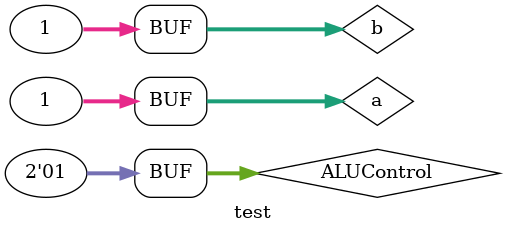
<source format=sv>
module test();
  reg [31:0] a, b;
  reg [1:0] ALUControl;
  wire [31:0] Result;
  wire [3:0] ALUFlag;

  alu test(a, b, ALUControl, Result, ALUFlags);
  initial begin
    a=1;
    b=1;
    ALUControl=2'b00;
    #1
    a=1;
    b=1;
    ALUControl=2'b01;
    #1
    a=1;
    b=1;
    ALUControl=2'b01;
  end
  initial begin
    $dumpfile("t.vcd");
    $dumpvars;
  end
endmodule

</source>
